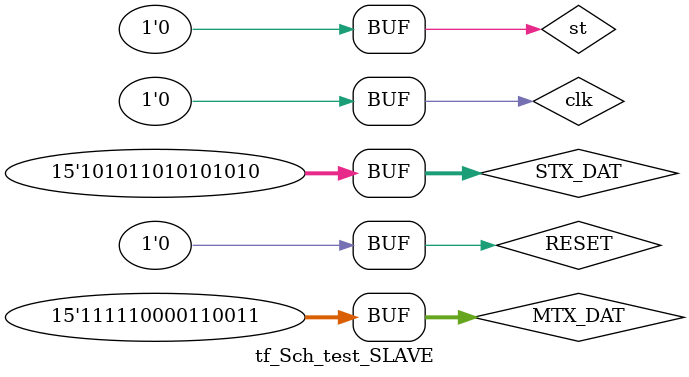
<source format=v>
`timescale 1ns / 1ps

module tf_Sch_test_SLAVE;

	// Inputs
	reg st;
	reg clk;
	reg [14:0] MTX_DAT;
	reg RESET;
	reg [14:0] STX_DAT;

	// Outputs
	wire LOAD;
	wire SCLK;
	wire MOSI;
	wire [14:0] MRX_DAT;
	wire [14:0] sr_MTX;
	wire [14:0] sr_MRX;
	wire [7:0] cb_bit;
	wire ce_tact;
	wire MISO;
	wire [14:0] sr_STX;
	wire [14:0] sr_SRX;
	wire [14:0] SRX_DAT;

	// Instantiate the Unit Under Test (UUT)
	Sch_test_SLAVE uut (
		.st(st), 
		.LOAD(LOAD), 
		.clk(clk), 
		.SCLK(SCLK), 
		.MTX_DAT(MTX_DAT), 
		.MOSI(MOSI), 
		.RESET(RESET), 
		.MRX_DAT(MRX_DAT), 
		.sr_MTX(sr_MTX), 
		.sr_MRX(sr_MRX), 
		.cb_bit(cb_bit), 
		.ce_tact(ce_tact), 
		.STX_DAT(STX_DAT), 
		.MISO(MISO), 
		.sr_STX(sr_STX), 
		.sr_SRX(sr_SRX), 
		.SRX_DAT(SRX_DAT)
	);

	always begin #10; clk = 1; #10; clk = 0; end
	initial begin
		// Initialize Inputs
		st = 0;
		MTX_DAT = 15'b111110000110011;
		RESET = 0;
		STX_DAT = 15'b101011010101010;

		// Wait 100 ns for global reset to finish
		#100;
      st = 1;
		#20;
		st = 0;
		// Add stimulus here

	end
      
endmodule


</source>
